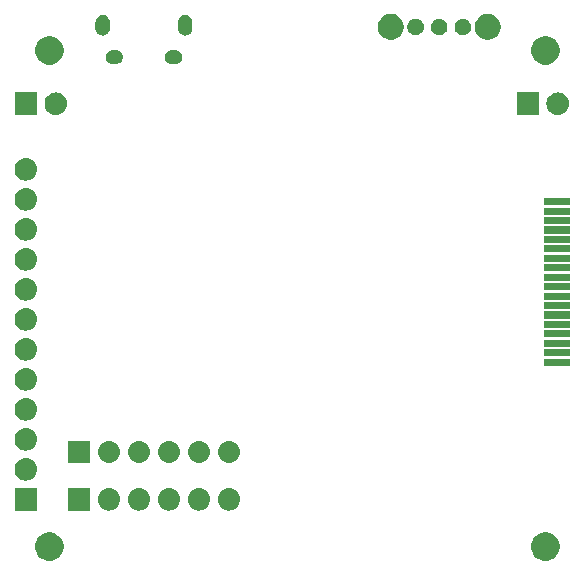
<source format=gbs>
G04 #@! TF.GenerationSoftware,KiCad,Pcbnew,5.0.2-bee76a0~70~ubuntu18.04.1*
G04 #@! TF.CreationDate,2018-11-30T19:37:06+00:00*
G04 #@! TF.ProjectId,fpgaboy,66706761-626f-4792-9e6b-696361645f70,rev?*
G04 #@! TF.SameCoordinates,Original*
G04 #@! TF.FileFunction,Soldermask,Bot*
G04 #@! TF.FilePolarity,Negative*
%FSLAX46Y46*%
G04 Gerber Fmt 4.6, Leading zero omitted, Abs format (unit mm)*
G04 Created by KiCad (PCBNEW 5.0.2-bee76a0~70~ubuntu18.04.1) date Fri 30 Nov 2018 19:37:06 GMT*
%MOMM*%
%LPD*%
G01*
G04 APERTURE LIST*
%ADD10C,0.100000*%
G04 APERTURE END LIST*
D10*
G36*
X176350024Y-124846125D02*
X176568407Y-124936582D01*
X176764951Y-125067908D01*
X176932092Y-125235049D01*
X177063418Y-125431593D01*
X177153875Y-125649976D01*
X177199990Y-125881811D01*
X177199990Y-126118189D01*
X177153875Y-126350024D01*
X177063418Y-126568407D01*
X176932092Y-126764951D01*
X176764951Y-126932092D01*
X176568407Y-127063418D01*
X176350024Y-127153875D01*
X176118189Y-127199990D01*
X175881811Y-127199990D01*
X175649976Y-127153875D01*
X175431593Y-127063418D01*
X175235049Y-126932092D01*
X175067908Y-126764951D01*
X174936582Y-126568407D01*
X174846125Y-126350024D01*
X174800010Y-126118189D01*
X174800010Y-125881811D01*
X174846125Y-125649976D01*
X174936582Y-125431593D01*
X175067908Y-125235049D01*
X175235049Y-125067908D01*
X175431593Y-124936582D01*
X175649976Y-124846125D01*
X175881811Y-124800010D01*
X176118189Y-124800010D01*
X176350024Y-124846125D01*
X176350024Y-124846125D01*
G37*
G36*
X134350024Y-124846125D02*
X134568407Y-124936582D01*
X134764951Y-125067908D01*
X134932092Y-125235049D01*
X135063418Y-125431593D01*
X135153875Y-125649976D01*
X135199990Y-125881811D01*
X135199990Y-126118189D01*
X135153875Y-126350024D01*
X135063418Y-126568407D01*
X134932092Y-126764951D01*
X134764951Y-126932092D01*
X134568407Y-127063418D01*
X134350024Y-127153875D01*
X134118189Y-127199990D01*
X133881811Y-127199990D01*
X133649976Y-127153875D01*
X133431593Y-127063418D01*
X133235049Y-126932092D01*
X133067908Y-126764951D01*
X132936582Y-126568407D01*
X132846125Y-126350024D01*
X132800010Y-126118189D01*
X132800010Y-125881811D01*
X132846125Y-125649976D01*
X132936582Y-125431593D01*
X133067908Y-125235049D01*
X133235049Y-125067908D01*
X133431593Y-124936582D01*
X133649976Y-124846125D01*
X133881811Y-124800010D01*
X134118189Y-124800010D01*
X134350024Y-124846125D01*
X134350024Y-124846125D01*
G37*
G36*
X137449990Y-122949990D02*
X135550010Y-122949990D01*
X135550010Y-121050010D01*
X137449990Y-121050010D01*
X137449990Y-122949990D01*
X137449990Y-122949990D01*
G37*
G36*
X139226230Y-121063755D02*
X139405304Y-121118077D01*
X139570338Y-121206289D01*
X139714994Y-121325006D01*
X139833711Y-121469662D01*
X139921923Y-121634696D01*
X139976245Y-121813770D01*
X139994586Y-122000000D01*
X139976245Y-122186230D01*
X139921923Y-122365304D01*
X139833711Y-122530338D01*
X139714994Y-122674994D01*
X139570338Y-122793711D01*
X139405304Y-122881923D01*
X139226230Y-122936245D01*
X139086668Y-122949990D01*
X138993332Y-122949990D01*
X138853770Y-122936245D01*
X138674696Y-122881923D01*
X138509662Y-122793711D01*
X138365006Y-122674994D01*
X138246289Y-122530338D01*
X138158077Y-122365304D01*
X138103755Y-122186230D01*
X138085414Y-122000000D01*
X138103755Y-121813770D01*
X138158077Y-121634696D01*
X138246289Y-121469662D01*
X138365006Y-121325006D01*
X138509662Y-121206289D01*
X138674696Y-121118077D01*
X138853770Y-121063755D01*
X138993332Y-121050010D01*
X139086668Y-121050010D01*
X139226230Y-121063755D01*
X139226230Y-121063755D01*
G37*
G36*
X144306230Y-121063755D02*
X144485304Y-121118077D01*
X144650338Y-121206289D01*
X144794994Y-121325006D01*
X144913711Y-121469662D01*
X145001923Y-121634696D01*
X145056245Y-121813770D01*
X145074586Y-122000000D01*
X145056245Y-122186230D01*
X145001923Y-122365304D01*
X144913711Y-122530338D01*
X144794994Y-122674994D01*
X144650338Y-122793711D01*
X144485304Y-122881923D01*
X144306230Y-122936245D01*
X144166668Y-122949990D01*
X144073332Y-122949990D01*
X143933770Y-122936245D01*
X143754696Y-122881923D01*
X143589662Y-122793711D01*
X143445006Y-122674994D01*
X143326289Y-122530338D01*
X143238077Y-122365304D01*
X143183755Y-122186230D01*
X143165414Y-122000000D01*
X143183755Y-121813770D01*
X143238077Y-121634696D01*
X143326289Y-121469662D01*
X143445006Y-121325006D01*
X143589662Y-121206289D01*
X143754696Y-121118077D01*
X143933770Y-121063755D01*
X144073332Y-121050010D01*
X144166668Y-121050010D01*
X144306230Y-121063755D01*
X144306230Y-121063755D01*
G37*
G36*
X146846230Y-121063755D02*
X147025304Y-121118077D01*
X147190338Y-121206289D01*
X147334994Y-121325006D01*
X147453711Y-121469662D01*
X147541923Y-121634696D01*
X147596245Y-121813770D01*
X147614586Y-122000000D01*
X147596245Y-122186230D01*
X147541923Y-122365304D01*
X147453711Y-122530338D01*
X147334994Y-122674994D01*
X147190338Y-122793711D01*
X147025304Y-122881923D01*
X146846230Y-122936245D01*
X146706668Y-122949990D01*
X146613332Y-122949990D01*
X146473770Y-122936245D01*
X146294696Y-122881923D01*
X146129662Y-122793711D01*
X145985006Y-122674994D01*
X145866289Y-122530338D01*
X145778077Y-122365304D01*
X145723755Y-122186230D01*
X145705414Y-122000000D01*
X145723755Y-121813770D01*
X145778077Y-121634696D01*
X145866289Y-121469662D01*
X145985006Y-121325006D01*
X146129662Y-121206289D01*
X146294696Y-121118077D01*
X146473770Y-121063755D01*
X146613332Y-121050010D01*
X146706668Y-121050010D01*
X146846230Y-121063755D01*
X146846230Y-121063755D01*
G37*
G36*
X149386230Y-121063755D02*
X149565304Y-121118077D01*
X149730338Y-121206289D01*
X149874994Y-121325006D01*
X149993711Y-121469662D01*
X150081923Y-121634696D01*
X150136245Y-121813770D01*
X150154586Y-122000000D01*
X150136245Y-122186230D01*
X150081923Y-122365304D01*
X149993711Y-122530338D01*
X149874994Y-122674994D01*
X149730338Y-122793711D01*
X149565304Y-122881923D01*
X149386230Y-122936245D01*
X149246668Y-122949990D01*
X149153332Y-122949990D01*
X149013770Y-122936245D01*
X148834696Y-122881923D01*
X148669662Y-122793711D01*
X148525006Y-122674994D01*
X148406289Y-122530338D01*
X148318077Y-122365304D01*
X148263755Y-122186230D01*
X148245414Y-122000000D01*
X148263755Y-121813770D01*
X148318077Y-121634696D01*
X148406289Y-121469662D01*
X148525006Y-121325006D01*
X148669662Y-121206289D01*
X148834696Y-121118077D01*
X149013770Y-121063755D01*
X149153332Y-121050010D01*
X149246668Y-121050010D01*
X149386230Y-121063755D01*
X149386230Y-121063755D01*
G37*
G36*
X132949990Y-122949990D02*
X131050010Y-122949990D01*
X131050010Y-121050010D01*
X132949990Y-121050010D01*
X132949990Y-122949990D01*
X132949990Y-122949990D01*
G37*
G36*
X141766230Y-121063755D02*
X141945304Y-121118077D01*
X142110338Y-121206289D01*
X142254994Y-121325006D01*
X142373711Y-121469662D01*
X142461923Y-121634696D01*
X142516245Y-121813770D01*
X142534586Y-122000000D01*
X142516245Y-122186230D01*
X142461923Y-122365304D01*
X142373711Y-122530338D01*
X142254994Y-122674994D01*
X142110338Y-122793711D01*
X141945304Y-122881923D01*
X141766230Y-122936245D01*
X141626668Y-122949990D01*
X141533332Y-122949990D01*
X141393770Y-122936245D01*
X141214696Y-122881923D01*
X141049662Y-122793711D01*
X140905006Y-122674994D01*
X140786289Y-122530338D01*
X140698077Y-122365304D01*
X140643755Y-122186230D01*
X140625414Y-122000000D01*
X140643755Y-121813770D01*
X140698077Y-121634696D01*
X140786289Y-121469662D01*
X140905006Y-121325006D01*
X141049662Y-121206289D01*
X141214696Y-121118077D01*
X141393770Y-121063755D01*
X141533332Y-121050010D01*
X141626668Y-121050010D01*
X141766230Y-121063755D01*
X141766230Y-121063755D01*
G37*
G36*
X132186230Y-118523755D02*
X132365304Y-118578077D01*
X132530338Y-118666289D01*
X132674994Y-118785006D01*
X132793711Y-118929662D01*
X132881923Y-119094696D01*
X132936245Y-119273770D01*
X132954586Y-119460000D01*
X132936245Y-119646230D01*
X132881923Y-119825304D01*
X132793711Y-119990338D01*
X132674994Y-120134994D01*
X132530338Y-120253711D01*
X132365304Y-120341923D01*
X132186230Y-120396245D01*
X132046668Y-120409990D01*
X131953332Y-120409990D01*
X131813770Y-120396245D01*
X131634696Y-120341923D01*
X131469662Y-120253711D01*
X131325006Y-120134994D01*
X131206289Y-119990338D01*
X131118077Y-119825304D01*
X131063755Y-119646230D01*
X131045414Y-119460000D01*
X131063755Y-119273770D01*
X131118077Y-119094696D01*
X131206289Y-118929662D01*
X131325006Y-118785006D01*
X131469662Y-118666289D01*
X131634696Y-118578077D01*
X131813770Y-118523755D01*
X131953332Y-118510010D01*
X132046668Y-118510010D01*
X132186230Y-118523755D01*
X132186230Y-118523755D01*
G37*
G36*
X149386230Y-117063755D02*
X149565304Y-117118077D01*
X149730338Y-117206289D01*
X149874994Y-117325006D01*
X149993711Y-117469662D01*
X150081923Y-117634696D01*
X150136245Y-117813770D01*
X150154586Y-118000000D01*
X150136245Y-118186230D01*
X150081923Y-118365304D01*
X149993711Y-118530338D01*
X149874994Y-118674994D01*
X149730338Y-118793711D01*
X149565304Y-118881923D01*
X149386230Y-118936245D01*
X149246668Y-118949990D01*
X149153332Y-118949990D01*
X149013770Y-118936245D01*
X148834696Y-118881923D01*
X148669662Y-118793711D01*
X148525006Y-118674994D01*
X148406289Y-118530338D01*
X148318077Y-118365304D01*
X148263755Y-118186230D01*
X148245414Y-118000000D01*
X148263755Y-117813770D01*
X148318077Y-117634696D01*
X148406289Y-117469662D01*
X148525006Y-117325006D01*
X148669662Y-117206289D01*
X148834696Y-117118077D01*
X149013770Y-117063755D01*
X149153332Y-117050010D01*
X149246668Y-117050010D01*
X149386230Y-117063755D01*
X149386230Y-117063755D01*
G37*
G36*
X137449990Y-118949990D02*
X135550010Y-118949990D01*
X135550010Y-117050010D01*
X137449990Y-117050010D01*
X137449990Y-118949990D01*
X137449990Y-118949990D01*
G37*
G36*
X139226230Y-117063755D02*
X139405304Y-117118077D01*
X139570338Y-117206289D01*
X139714994Y-117325006D01*
X139833711Y-117469662D01*
X139921923Y-117634696D01*
X139976245Y-117813770D01*
X139994586Y-118000000D01*
X139976245Y-118186230D01*
X139921923Y-118365304D01*
X139833711Y-118530338D01*
X139714994Y-118674994D01*
X139570338Y-118793711D01*
X139405304Y-118881923D01*
X139226230Y-118936245D01*
X139086668Y-118949990D01*
X138993332Y-118949990D01*
X138853770Y-118936245D01*
X138674696Y-118881923D01*
X138509662Y-118793711D01*
X138365006Y-118674994D01*
X138246289Y-118530338D01*
X138158077Y-118365304D01*
X138103755Y-118186230D01*
X138085414Y-118000000D01*
X138103755Y-117813770D01*
X138158077Y-117634696D01*
X138246289Y-117469662D01*
X138365006Y-117325006D01*
X138509662Y-117206289D01*
X138674696Y-117118077D01*
X138853770Y-117063755D01*
X138993332Y-117050010D01*
X139086668Y-117050010D01*
X139226230Y-117063755D01*
X139226230Y-117063755D01*
G37*
G36*
X141766230Y-117063755D02*
X141945304Y-117118077D01*
X142110338Y-117206289D01*
X142254994Y-117325006D01*
X142373711Y-117469662D01*
X142461923Y-117634696D01*
X142516245Y-117813770D01*
X142534586Y-118000000D01*
X142516245Y-118186230D01*
X142461923Y-118365304D01*
X142373711Y-118530338D01*
X142254994Y-118674994D01*
X142110338Y-118793711D01*
X141945304Y-118881923D01*
X141766230Y-118936245D01*
X141626668Y-118949990D01*
X141533332Y-118949990D01*
X141393770Y-118936245D01*
X141214696Y-118881923D01*
X141049662Y-118793711D01*
X140905006Y-118674994D01*
X140786289Y-118530338D01*
X140698077Y-118365304D01*
X140643755Y-118186230D01*
X140625414Y-118000000D01*
X140643755Y-117813770D01*
X140698077Y-117634696D01*
X140786289Y-117469662D01*
X140905006Y-117325006D01*
X141049662Y-117206289D01*
X141214696Y-117118077D01*
X141393770Y-117063755D01*
X141533332Y-117050010D01*
X141626668Y-117050010D01*
X141766230Y-117063755D01*
X141766230Y-117063755D01*
G37*
G36*
X144306230Y-117063755D02*
X144485304Y-117118077D01*
X144650338Y-117206289D01*
X144794994Y-117325006D01*
X144913711Y-117469662D01*
X145001923Y-117634696D01*
X145056245Y-117813770D01*
X145074586Y-118000000D01*
X145056245Y-118186230D01*
X145001923Y-118365304D01*
X144913711Y-118530338D01*
X144794994Y-118674994D01*
X144650338Y-118793711D01*
X144485304Y-118881923D01*
X144306230Y-118936245D01*
X144166668Y-118949990D01*
X144073332Y-118949990D01*
X143933770Y-118936245D01*
X143754696Y-118881923D01*
X143589662Y-118793711D01*
X143445006Y-118674994D01*
X143326289Y-118530338D01*
X143238077Y-118365304D01*
X143183755Y-118186230D01*
X143165414Y-118000000D01*
X143183755Y-117813770D01*
X143238077Y-117634696D01*
X143326289Y-117469662D01*
X143445006Y-117325006D01*
X143589662Y-117206289D01*
X143754696Y-117118077D01*
X143933770Y-117063755D01*
X144073332Y-117050010D01*
X144166668Y-117050010D01*
X144306230Y-117063755D01*
X144306230Y-117063755D01*
G37*
G36*
X146846230Y-117063755D02*
X147025304Y-117118077D01*
X147190338Y-117206289D01*
X147334994Y-117325006D01*
X147453711Y-117469662D01*
X147541923Y-117634696D01*
X147596245Y-117813770D01*
X147614586Y-118000000D01*
X147596245Y-118186230D01*
X147541923Y-118365304D01*
X147453711Y-118530338D01*
X147334994Y-118674994D01*
X147190338Y-118793711D01*
X147025304Y-118881923D01*
X146846230Y-118936245D01*
X146706668Y-118949990D01*
X146613332Y-118949990D01*
X146473770Y-118936245D01*
X146294696Y-118881923D01*
X146129662Y-118793711D01*
X145985006Y-118674994D01*
X145866289Y-118530338D01*
X145778077Y-118365304D01*
X145723755Y-118186230D01*
X145705414Y-118000000D01*
X145723755Y-117813770D01*
X145778077Y-117634696D01*
X145866289Y-117469662D01*
X145985006Y-117325006D01*
X146129662Y-117206289D01*
X146294696Y-117118077D01*
X146473770Y-117063755D01*
X146613332Y-117050010D01*
X146706668Y-117050010D01*
X146846230Y-117063755D01*
X146846230Y-117063755D01*
G37*
G36*
X132186230Y-115983755D02*
X132365304Y-116038077D01*
X132530338Y-116126289D01*
X132674994Y-116245006D01*
X132793711Y-116389662D01*
X132881923Y-116554696D01*
X132936245Y-116733770D01*
X132954586Y-116920000D01*
X132936245Y-117106230D01*
X132881923Y-117285304D01*
X132793711Y-117450338D01*
X132674994Y-117594994D01*
X132530338Y-117713711D01*
X132365304Y-117801923D01*
X132186230Y-117856245D01*
X132046668Y-117869990D01*
X131953332Y-117869990D01*
X131813770Y-117856245D01*
X131634696Y-117801923D01*
X131469662Y-117713711D01*
X131325006Y-117594994D01*
X131206289Y-117450338D01*
X131118077Y-117285304D01*
X131063755Y-117106230D01*
X131045414Y-116920000D01*
X131063755Y-116733770D01*
X131118077Y-116554696D01*
X131206289Y-116389662D01*
X131325006Y-116245006D01*
X131469662Y-116126289D01*
X131634696Y-116038077D01*
X131813770Y-115983755D01*
X131953332Y-115970010D01*
X132046668Y-115970010D01*
X132186230Y-115983755D01*
X132186230Y-115983755D01*
G37*
G36*
X132186230Y-113443755D02*
X132365304Y-113498077D01*
X132530338Y-113586289D01*
X132674994Y-113705006D01*
X132793711Y-113849662D01*
X132881923Y-114014696D01*
X132936245Y-114193770D01*
X132954586Y-114380000D01*
X132936245Y-114566230D01*
X132881923Y-114745304D01*
X132793711Y-114910338D01*
X132674994Y-115054994D01*
X132530338Y-115173711D01*
X132365304Y-115261923D01*
X132186230Y-115316245D01*
X132046668Y-115329990D01*
X131953332Y-115329990D01*
X131813770Y-115316245D01*
X131634696Y-115261923D01*
X131469662Y-115173711D01*
X131325006Y-115054994D01*
X131206289Y-114910338D01*
X131118077Y-114745304D01*
X131063755Y-114566230D01*
X131045414Y-114380000D01*
X131063755Y-114193770D01*
X131118077Y-114014696D01*
X131206289Y-113849662D01*
X131325006Y-113705006D01*
X131469662Y-113586289D01*
X131634696Y-113498077D01*
X131813770Y-113443755D01*
X131953332Y-113430010D01*
X132046668Y-113430010D01*
X132186230Y-113443755D01*
X132186230Y-113443755D01*
G37*
G36*
X132186230Y-110903755D02*
X132365304Y-110958077D01*
X132530338Y-111046289D01*
X132674994Y-111165006D01*
X132793711Y-111309662D01*
X132881923Y-111474696D01*
X132936245Y-111653770D01*
X132954586Y-111840000D01*
X132936245Y-112026230D01*
X132881923Y-112205304D01*
X132793711Y-112370338D01*
X132674994Y-112514994D01*
X132530338Y-112633711D01*
X132365304Y-112721923D01*
X132186230Y-112776245D01*
X132046668Y-112789990D01*
X131953332Y-112789990D01*
X131813770Y-112776245D01*
X131634696Y-112721923D01*
X131469662Y-112633711D01*
X131325006Y-112514994D01*
X131206289Y-112370338D01*
X131118077Y-112205304D01*
X131063755Y-112026230D01*
X131045414Y-111840000D01*
X131063755Y-111653770D01*
X131118077Y-111474696D01*
X131206289Y-111309662D01*
X131325006Y-111165006D01*
X131469662Y-111046289D01*
X131634696Y-110958077D01*
X131813770Y-110903755D01*
X131953332Y-110890010D01*
X132046668Y-110890010D01*
X132186230Y-110903755D01*
X132186230Y-110903755D01*
G37*
G36*
X178099990Y-110699990D02*
X175900010Y-110699990D01*
X175900010Y-110100010D01*
X178099990Y-110100010D01*
X178099990Y-110699990D01*
X178099990Y-110699990D01*
G37*
G36*
X132186230Y-108363755D02*
X132365304Y-108418077D01*
X132530338Y-108506289D01*
X132674994Y-108625006D01*
X132793711Y-108769662D01*
X132881923Y-108934696D01*
X132936245Y-109113770D01*
X132954586Y-109300000D01*
X132936245Y-109486230D01*
X132881923Y-109665304D01*
X132793711Y-109830338D01*
X132674994Y-109974994D01*
X132530338Y-110093711D01*
X132365304Y-110181923D01*
X132186230Y-110236245D01*
X132046668Y-110249990D01*
X131953332Y-110249990D01*
X131813770Y-110236245D01*
X131634696Y-110181923D01*
X131469662Y-110093711D01*
X131325006Y-109974994D01*
X131206289Y-109830338D01*
X131118077Y-109665304D01*
X131063755Y-109486230D01*
X131045414Y-109300000D01*
X131063755Y-109113770D01*
X131118077Y-108934696D01*
X131206289Y-108769662D01*
X131325006Y-108625006D01*
X131469662Y-108506289D01*
X131634696Y-108418077D01*
X131813770Y-108363755D01*
X131953332Y-108350010D01*
X132046668Y-108350010D01*
X132186230Y-108363755D01*
X132186230Y-108363755D01*
G37*
G36*
X178099990Y-109899990D02*
X175900010Y-109899990D01*
X175900010Y-109300010D01*
X178099990Y-109300010D01*
X178099990Y-109899990D01*
X178099990Y-109899990D01*
G37*
G36*
X178099990Y-109099990D02*
X175900010Y-109099990D01*
X175900010Y-108500010D01*
X178099990Y-108500010D01*
X178099990Y-109099990D01*
X178099990Y-109099990D01*
G37*
G36*
X178099990Y-108299990D02*
X175900010Y-108299990D01*
X175900010Y-107700010D01*
X178099990Y-107700010D01*
X178099990Y-108299990D01*
X178099990Y-108299990D01*
G37*
G36*
X132186230Y-105823755D02*
X132365304Y-105878077D01*
X132530338Y-105966289D01*
X132674994Y-106085006D01*
X132793711Y-106229662D01*
X132881923Y-106394696D01*
X132936245Y-106573770D01*
X132954586Y-106760000D01*
X132936245Y-106946230D01*
X132881923Y-107125304D01*
X132793711Y-107290338D01*
X132674994Y-107434994D01*
X132530338Y-107553711D01*
X132365304Y-107641923D01*
X132186230Y-107696245D01*
X132046668Y-107709990D01*
X131953332Y-107709990D01*
X131813770Y-107696245D01*
X131634696Y-107641923D01*
X131469662Y-107553711D01*
X131325006Y-107434994D01*
X131206289Y-107290338D01*
X131118077Y-107125304D01*
X131063755Y-106946230D01*
X131045414Y-106760000D01*
X131063755Y-106573770D01*
X131118077Y-106394696D01*
X131206289Y-106229662D01*
X131325006Y-106085006D01*
X131469662Y-105966289D01*
X131634696Y-105878077D01*
X131813770Y-105823755D01*
X131953332Y-105810010D01*
X132046668Y-105810010D01*
X132186230Y-105823755D01*
X132186230Y-105823755D01*
G37*
G36*
X178099990Y-107499990D02*
X175900010Y-107499990D01*
X175900010Y-106900010D01*
X178099990Y-106900010D01*
X178099990Y-107499990D01*
X178099990Y-107499990D01*
G37*
G36*
X178099990Y-106699990D02*
X175900010Y-106699990D01*
X175900010Y-106100010D01*
X178099990Y-106100010D01*
X178099990Y-106699990D01*
X178099990Y-106699990D01*
G37*
G36*
X178099990Y-105899990D02*
X175900010Y-105899990D01*
X175900010Y-105300010D01*
X178099990Y-105300010D01*
X178099990Y-105899990D01*
X178099990Y-105899990D01*
G37*
G36*
X132186230Y-103283755D02*
X132365304Y-103338077D01*
X132530338Y-103426289D01*
X132674994Y-103545006D01*
X132793711Y-103689662D01*
X132881923Y-103854696D01*
X132936245Y-104033770D01*
X132954586Y-104220000D01*
X132936245Y-104406230D01*
X132881923Y-104585304D01*
X132793711Y-104750338D01*
X132674994Y-104894994D01*
X132530338Y-105013711D01*
X132365304Y-105101923D01*
X132186230Y-105156245D01*
X132046668Y-105169990D01*
X131953332Y-105169990D01*
X131813770Y-105156245D01*
X131634696Y-105101923D01*
X131469662Y-105013711D01*
X131325006Y-104894994D01*
X131206289Y-104750338D01*
X131118077Y-104585304D01*
X131063755Y-104406230D01*
X131045414Y-104220000D01*
X131063755Y-104033770D01*
X131118077Y-103854696D01*
X131206289Y-103689662D01*
X131325006Y-103545006D01*
X131469662Y-103426289D01*
X131634696Y-103338077D01*
X131813770Y-103283755D01*
X131953332Y-103270010D01*
X132046668Y-103270010D01*
X132186230Y-103283755D01*
X132186230Y-103283755D01*
G37*
G36*
X178099990Y-105099990D02*
X175900010Y-105099990D01*
X175900010Y-104500010D01*
X178099990Y-104500010D01*
X178099990Y-105099990D01*
X178099990Y-105099990D01*
G37*
G36*
X178099990Y-104299990D02*
X175900010Y-104299990D01*
X175900010Y-103700010D01*
X178099990Y-103700010D01*
X178099990Y-104299990D01*
X178099990Y-104299990D01*
G37*
G36*
X178099990Y-103499990D02*
X175900010Y-103499990D01*
X175900010Y-102900010D01*
X178099990Y-102900010D01*
X178099990Y-103499990D01*
X178099990Y-103499990D01*
G37*
G36*
X178099990Y-102699990D02*
X175900010Y-102699990D01*
X175900010Y-102100010D01*
X178099990Y-102100010D01*
X178099990Y-102699990D01*
X178099990Y-102699990D01*
G37*
G36*
X132186230Y-100743755D02*
X132365304Y-100798077D01*
X132530338Y-100886289D01*
X132674994Y-101005006D01*
X132793711Y-101149662D01*
X132881923Y-101314696D01*
X132936245Y-101493770D01*
X132954586Y-101680000D01*
X132936245Y-101866230D01*
X132881923Y-102045304D01*
X132793711Y-102210338D01*
X132674994Y-102354994D01*
X132530338Y-102473711D01*
X132365304Y-102561923D01*
X132186230Y-102616245D01*
X132046668Y-102629990D01*
X131953332Y-102629990D01*
X131813770Y-102616245D01*
X131634696Y-102561923D01*
X131469662Y-102473711D01*
X131325006Y-102354994D01*
X131206289Y-102210338D01*
X131118077Y-102045304D01*
X131063755Y-101866230D01*
X131045414Y-101680000D01*
X131063755Y-101493770D01*
X131118077Y-101314696D01*
X131206289Y-101149662D01*
X131325006Y-101005006D01*
X131469662Y-100886289D01*
X131634696Y-100798077D01*
X131813770Y-100743755D01*
X131953332Y-100730010D01*
X132046668Y-100730010D01*
X132186230Y-100743755D01*
X132186230Y-100743755D01*
G37*
G36*
X178099990Y-101899990D02*
X175900010Y-101899990D01*
X175900010Y-101300010D01*
X178099990Y-101300010D01*
X178099990Y-101899990D01*
X178099990Y-101899990D01*
G37*
G36*
X178099990Y-101099990D02*
X175900010Y-101099990D01*
X175900010Y-100500010D01*
X178099990Y-100500010D01*
X178099990Y-101099990D01*
X178099990Y-101099990D01*
G37*
G36*
X178099990Y-100299990D02*
X175900010Y-100299990D01*
X175900010Y-99700010D01*
X178099990Y-99700010D01*
X178099990Y-100299990D01*
X178099990Y-100299990D01*
G37*
G36*
X132186230Y-98203755D02*
X132365304Y-98258077D01*
X132530338Y-98346289D01*
X132674994Y-98465006D01*
X132793711Y-98609662D01*
X132881923Y-98774696D01*
X132936245Y-98953770D01*
X132954586Y-99140000D01*
X132936245Y-99326230D01*
X132881923Y-99505304D01*
X132793711Y-99670338D01*
X132674994Y-99814994D01*
X132530338Y-99933711D01*
X132365304Y-100021923D01*
X132186230Y-100076245D01*
X132046668Y-100089990D01*
X131953332Y-100089990D01*
X131813770Y-100076245D01*
X131634696Y-100021923D01*
X131469662Y-99933711D01*
X131325006Y-99814994D01*
X131206289Y-99670338D01*
X131118077Y-99505304D01*
X131063755Y-99326230D01*
X131045414Y-99140000D01*
X131063755Y-98953770D01*
X131118077Y-98774696D01*
X131206289Y-98609662D01*
X131325006Y-98465006D01*
X131469662Y-98346289D01*
X131634696Y-98258077D01*
X131813770Y-98203755D01*
X131953332Y-98190010D01*
X132046668Y-98190010D01*
X132186230Y-98203755D01*
X132186230Y-98203755D01*
G37*
G36*
X178099990Y-99499990D02*
X175900010Y-99499990D01*
X175900010Y-98900010D01*
X178099990Y-98900010D01*
X178099990Y-99499990D01*
X178099990Y-99499990D01*
G37*
G36*
X178099990Y-98699990D02*
X175900010Y-98699990D01*
X175900010Y-98100010D01*
X178099990Y-98100010D01*
X178099990Y-98699990D01*
X178099990Y-98699990D01*
G37*
G36*
X178099990Y-97899990D02*
X175900010Y-97899990D01*
X175900010Y-97300010D01*
X178099990Y-97300010D01*
X178099990Y-97899990D01*
X178099990Y-97899990D01*
G37*
G36*
X132186230Y-95663755D02*
X132365304Y-95718077D01*
X132530338Y-95806289D01*
X132674994Y-95925006D01*
X132793711Y-96069662D01*
X132881923Y-96234696D01*
X132936245Y-96413770D01*
X132954586Y-96600000D01*
X132936245Y-96786230D01*
X132881923Y-96965304D01*
X132793711Y-97130338D01*
X132674994Y-97274994D01*
X132530338Y-97393711D01*
X132365304Y-97481923D01*
X132186230Y-97536245D01*
X132046668Y-97549990D01*
X131953332Y-97549990D01*
X131813770Y-97536245D01*
X131634696Y-97481923D01*
X131469662Y-97393711D01*
X131325006Y-97274994D01*
X131206289Y-97130338D01*
X131118077Y-96965304D01*
X131063755Y-96786230D01*
X131045414Y-96600000D01*
X131063755Y-96413770D01*
X131118077Y-96234696D01*
X131206289Y-96069662D01*
X131325006Y-95925006D01*
X131469662Y-95806289D01*
X131634696Y-95718077D01*
X131813770Y-95663755D01*
X131953332Y-95650010D01*
X132046668Y-95650010D01*
X132186230Y-95663755D01*
X132186230Y-95663755D01*
G37*
G36*
X178099990Y-97099990D02*
X175900010Y-97099990D01*
X175900010Y-96500010D01*
X178099990Y-96500010D01*
X178099990Y-97099990D01*
X178099990Y-97099990D01*
G37*
G36*
X132186230Y-93123755D02*
X132365304Y-93178077D01*
X132530338Y-93266289D01*
X132674994Y-93385006D01*
X132793711Y-93529662D01*
X132881923Y-93694696D01*
X132936245Y-93873770D01*
X132954586Y-94060000D01*
X132936245Y-94246230D01*
X132881923Y-94425304D01*
X132793711Y-94590338D01*
X132674994Y-94734994D01*
X132530338Y-94853711D01*
X132365304Y-94941923D01*
X132186230Y-94996245D01*
X132046668Y-95009990D01*
X131953332Y-95009990D01*
X131813770Y-94996245D01*
X131634696Y-94941923D01*
X131469662Y-94853711D01*
X131325006Y-94734994D01*
X131206289Y-94590338D01*
X131118077Y-94425304D01*
X131063755Y-94246230D01*
X131045414Y-94060000D01*
X131063755Y-93873770D01*
X131118077Y-93694696D01*
X131206289Y-93529662D01*
X131325006Y-93385006D01*
X131469662Y-93266289D01*
X131634696Y-93178077D01*
X131813770Y-93123755D01*
X131953332Y-93110010D01*
X132046668Y-93110010D01*
X132186230Y-93123755D01*
X132186230Y-93123755D01*
G37*
G36*
X177226230Y-87563755D02*
X177405304Y-87618077D01*
X177570338Y-87706289D01*
X177714994Y-87825006D01*
X177833711Y-87969662D01*
X177921923Y-88134696D01*
X177976245Y-88313770D01*
X177994586Y-88500000D01*
X177976245Y-88686230D01*
X177921923Y-88865304D01*
X177833711Y-89030338D01*
X177714994Y-89174994D01*
X177570338Y-89293711D01*
X177405304Y-89381923D01*
X177226230Y-89436245D01*
X177086668Y-89449990D01*
X176993332Y-89449990D01*
X176853770Y-89436245D01*
X176674696Y-89381923D01*
X176509662Y-89293711D01*
X176365006Y-89174994D01*
X176246289Y-89030338D01*
X176158077Y-88865304D01*
X176103755Y-88686230D01*
X176085414Y-88500000D01*
X176103755Y-88313770D01*
X176158077Y-88134696D01*
X176246289Y-87969662D01*
X176365006Y-87825006D01*
X176509662Y-87706289D01*
X176674696Y-87618077D01*
X176853770Y-87563755D01*
X176993332Y-87550010D01*
X177086668Y-87550010D01*
X177226230Y-87563755D01*
X177226230Y-87563755D01*
G37*
G36*
X132949990Y-89449990D02*
X131050010Y-89449990D01*
X131050010Y-87550010D01*
X132949990Y-87550010D01*
X132949990Y-89449990D01*
X132949990Y-89449990D01*
G37*
G36*
X134726230Y-87563755D02*
X134905304Y-87618077D01*
X135070338Y-87706289D01*
X135214994Y-87825006D01*
X135333711Y-87969662D01*
X135421923Y-88134696D01*
X135476245Y-88313770D01*
X135494586Y-88500000D01*
X135476245Y-88686230D01*
X135421923Y-88865304D01*
X135333711Y-89030338D01*
X135214994Y-89174994D01*
X135070338Y-89293711D01*
X134905304Y-89381923D01*
X134726230Y-89436245D01*
X134586668Y-89449990D01*
X134493332Y-89449990D01*
X134353770Y-89436245D01*
X134174696Y-89381923D01*
X134009662Y-89293711D01*
X133865006Y-89174994D01*
X133746289Y-89030338D01*
X133658077Y-88865304D01*
X133603755Y-88686230D01*
X133585414Y-88500000D01*
X133603755Y-88313770D01*
X133658077Y-88134696D01*
X133746289Y-87969662D01*
X133865006Y-87825006D01*
X134009662Y-87706289D01*
X134174696Y-87618077D01*
X134353770Y-87563755D01*
X134493332Y-87550010D01*
X134586668Y-87550010D01*
X134726230Y-87563755D01*
X134726230Y-87563755D01*
G37*
G36*
X175449990Y-89449990D02*
X173550010Y-89449990D01*
X173550010Y-87550010D01*
X175449990Y-87550010D01*
X175449990Y-89449990D01*
X175449990Y-89449990D01*
G37*
G36*
X134350024Y-82846125D02*
X134568407Y-82936582D01*
X134764951Y-83067908D01*
X134932092Y-83235049D01*
X135063418Y-83431593D01*
X135153875Y-83649976D01*
X135199990Y-83881811D01*
X135199990Y-84118189D01*
X135153875Y-84350024D01*
X135063418Y-84568407D01*
X134932092Y-84764951D01*
X134764951Y-84932092D01*
X134568407Y-85063418D01*
X134409568Y-85129211D01*
X134350024Y-85153875D01*
X134118189Y-85199990D01*
X133881811Y-85199990D01*
X133649976Y-85153875D01*
X133590432Y-85129211D01*
X133431593Y-85063418D01*
X133235049Y-84932092D01*
X133067908Y-84764951D01*
X132936582Y-84568407D01*
X132846125Y-84350024D01*
X132800010Y-84118189D01*
X132800010Y-83881811D01*
X132846125Y-83649976D01*
X132936582Y-83431593D01*
X133067908Y-83235049D01*
X133235049Y-83067908D01*
X133431593Y-82936582D01*
X133649976Y-82846125D01*
X133881811Y-82800010D01*
X134118189Y-82800010D01*
X134350024Y-82846125D01*
X134350024Y-82846125D01*
G37*
G36*
X176350024Y-82846125D02*
X176568407Y-82936582D01*
X176764951Y-83067908D01*
X176932092Y-83235049D01*
X177063418Y-83431593D01*
X177153875Y-83649976D01*
X177199990Y-83881811D01*
X177199990Y-84118189D01*
X177153875Y-84350024D01*
X177063418Y-84568407D01*
X176932092Y-84764951D01*
X176764951Y-84932092D01*
X176568407Y-85063418D01*
X176350024Y-85153875D01*
X176118189Y-85199990D01*
X175881811Y-85199990D01*
X175649976Y-85153875D01*
X175431593Y-85063418D01*
X175235049Y-84932092D01*
X175067908Y-84764951D01*
X174936582Y-84568407D01*
X174846125Y-84350024D01*
X174800010Y-84118189D01*
X174800010Y-83881811D01*
X174846125Y-83649976D01*
X174936582Y-83431593D01*
X175067908Y-83235049D01*
X175235049Y-83067908D01*
X175431593Y-82936582D01*
X175649976Y-82846125D01*
X175881811Y-82800010D01*
X176118189Y-82800010D01*
X176350024Y-82846125D01*
X176350024Y-82846125D01*
G37*
G36*
X139763617Y-83995869D02*
X139872004Y-84028748D01*
X139971894Y-84082140D01*
X140059447Y-84153993D01*
X140131300Y-84241546D01*
X140184692Y-84341436D01*
X140217571Y-84449823D01*
X140228672Y-84562540D01*
X140217571Y-84675257D01*
X140184692Y-84783644D01*
X140131300Y-84883534D01*
X140059447Y-84971087D01*
X139971894Y-85042940D01*
X139872004Y-85096332D01*
X139763617Y-85129211D01*
X139679149Y-85137530D01*
X139322651Y-85137530D01*
X139238183Y-85129211D01*
X139129796Y-85096332D01*
X139029906Y-85042940D01*
X138942353Y-84971087D01*
X138870500Y-84883534D01*
X138817108Y-84783644D01*
X138784229Y-84675257D01*
X138773128Y-84562540D01*
X138784229Y-84449823D01*
X138817108Y-84341436D01*
X138870500Y-84241546D01*
X138942353Y-84153993D01*
X139029906Y-84082140D01*
X139129796Y-84028748D01*
X139238183Y-83995869D01*
X139322651Y-83987550D01*
X139679149Y-83987550D01*
X139763617Y-83995869D01*
X139763617Y-83995869D01*
G37*
G36*
X144763617Y-83995869D02*
X144872004Y-84028748D01*
X144971894Y-84082140D01*
X145059447Y-84153993D01*
X145131300Y-84241546D01*
X145184692Y-84341436D01*
X145217571Y-84449823D01*
X145228672Y-84562540D01*
X145217571Y-84675257D01*
X145184692Y-84783644D01*
X145131300Y-84883534D01*
X145059447Y-84971087D01*
X144971894Y-85042940D01*
X144872004Y-85096332D01*
X144763617Y-85129211D01*
X144679149Y-85137530D01*
X144322651Y-85137530D01*
X144238183Y-85129211D01*
X144129796Y-85096332D01*
X144029906Y-85042940D01*
X143942353Y-84971087D01*
X143870500Y-84883534D01*
X143817108Y-84783644D01*
X143784229Y-84675257D01*
X143773128Y-84562540D01*
X143784229Y-84449823D01*
X143817108Y-84341436D01*
X143870500Y-84241546D01*
X143942353Y-84153993D01*
X144029906Y-84082140D01*
X144129796Y-84028748D01*
X144238183Y-83995869D01*
X144322651Y-83987550D01*
X144679149Y-83987550D01*
X144763617Y-83995869D01*
X144763617Y-83995869D01*
G37*
G36*
X163220855Y-80942282D02*
X163421041Y-81025202D01*
X163601204Y-81145583D01*
X163754417Y-81298796D01*
X163874798Y-81478959D01*
X163957718Y-81679145D01*
X163999990Y-81891660D01*
X163999990Y-82108340D01*
X163957718Y-82320855D01*
X163874798Y-82521041D01*
X163754417Y-82701204D01*
X163601204Y-82854417D01*
X163421041Y-82974798D01*
X163220855Y-83057718D01*
X163008340Y-83099990D01*
X162791660Y-83099990D01*
X162579145Y-83057718D01*
X162378959Y-82974798D01*
X162198796Y-82854417D01*
X162045583Y-82701204D01*
X161925202Y-82521041D01*
X161842282Y-82320855D01*
X161800010Y-82108340D01*
X161800010Y-81891660D01*
X161842282Y-81679145D01*
X161925202Y-81478959D01*
X162045583Y-81298796D01*
X162198796Y-81145583D01*
X162378959Y-81025202D01*
X162579145Y-80942282D01*
X162791660Y-80900010D01*
X163008340Y-80900010D01*
X163220855Y-80942282D01*
X163220855Y-80942282D01*
G37*
G36*
X171420855Y-80942282D02*
X171621041Y-81025202D01*
X171801204Y-81145583D01*
X171954417Y-81298796D01*
X172074798Y-81478959D01*
X172157718Y-81679145D01*
X172199990Y-81891660D01*
X172199990Y-82108340D01*
X172157718Y-82320855D01*
X172074798Y-82521041D01*
X171954417Y-82701204D01*
X171801204Y-82854417D01*
X171621041Y-82974798D01*
X171420855Y-83057718D01*
X171208340Y-83099990D01*
X170991660Y-83099990D01*
X170779145Y-83057718D01*
X170578959Y-82974798D01*
X170398796Y-82854417D01*
X170245583Y-82701204D01*
X170125202Y-82521041D01*
X170042282Y-82320855D01*
X170000010Y-82108340D01*
X170000010Y-81891660D01*
X170042282Y-81679145D01*
X170125202Y-81478959D01*
X170245583Y-81298796D01*
X170398796Y-81145583D01*
X170578959Y-81025202D01*
X170779145Y-80942282D01*
X170991660Y-80900010D01*
X171208340Y-80900010D01*
X171420855Y-80942282D01*
X171420855Y-80942282D01*
G37*
G36*
X138618519Y-80996231D02*
X138714023Y-81025202D01*
X138731617Y-81030539D01*
X138835850Y-81086253D01*
X138927210Y-81161230D01*
X139002187Y-81252590D01*
X139041912Y-81326910D01*
X139057901Y-81356823D01*
X139088072Y-81456282D01*
X139092209Y-81469922D01*
X139100890Y-81558063D01*
X139100890Y-82167017D01*
X139092209Y-82255158D01*
X139057901Y-82368257D01*
X139002187Y-82472490D01*
X138962343Y-82521040D01*
X138927210Y-82563850D01*
X138858396Y-82620323D01*
X138835846Y-82638829D01*
X138731616Y-82694541D01*
X138618518Y-82728849D01*
X138500900Y-82740433D01*
X138383281Y-82728849D01*
X138270183Y-82694541D01*
X138165950Y-82638827D01*
X138107499Y-82590857D01*
X138074590Y-82563850D01*
X138015271Y-82491568D01*
X137999611Y-82472486D01*
X137943899Y-82368256D01*
X137929520Y-82320855D01*
X137909591Y-82255158D01*
X137900910Y-82167015D01*
X137900910Y-81558064D01*
X137909591Y-81469921D01*
X137943899Y-81356823D01*
X137959888Y-81326910D01*
X137999613Y-81252590D01*
X138074591Y-81161230D01*
X138165951Y-81086253D01*
X138270184Y-81030539D01*
X138287778Y-81025202D01*
X138383282Y-80996231D01*
X138500900Y-80984647D01*
X138618519Y-80996231D01*
X138618519Y-80996231D01*
G37*
G36*
X145618519Y-80996231D02*
X145714023Y-81025202D01*
X145731617Y-81030539D01*
X145835850Y-81086253D01*
X145927210Y-81161230D01*
X146002187Y-81252590D01*
X146041912Y-81326910D01*
X146057901Y-81356823D01*
X146088072Y-81456282D01*
X146092209Y-81469922D01*
X146100890Y-81558063D01*
X146100890Y-82167017D01*
X146092209Y-82255158D01*
X146057901Y-82368257D01*
X146002187Y-82472490D01*
X145962343Y-82521040D01*
X145927210Y-82563850D01*
X145858396Y-82620323D01*
X145835846Y-82638829D01*
X145731616Y-82694541D01*
X145618518Y-82728849D01*
X145500900Y-82740433D01*
X145383281Y-82728849D01*
X145270183Y-82694541D01*
X145165950Y-82638827D01*
X145107499Y-82590857D01*
X145074590Y-82563850D01*
X145015271Y-82491568D01*
X144999611Y-82472486D01*
X144943899Y-82368256D01*
X144929520Y-82320855D01*
X144909591Y-82255158D01*
X144900910Y-82167015D01*
X144900910Y-81558064D01*
X144909591Y-81469921D01*
X144943899Y-81356823D01*
X144959888Y-81326910D01*
X144999613Y-81252590D01*
X145074591Y-81161230D01*
X145165951Y-81086253D01*
X145270184Y-81030539D01*
X145287778Y-81025202D01*
X145383282Y-80996231D01*
X145500900Y-80984647D01*
X145618519Y-80996231D01*
X145618519Y-80996231D01*
G37*
G36*
X165204180Y-81326910D02*
X165267875Y-81353293D01*
X165331571Y-81379677D01*
X165446219Y-81456283D01*
X165543717Y-81553781D01*
X165620323Y-81668429D01*
X165646706Y-81732125D01*
X165673090Y-81795820D01*
X165699990Y-81931057D01*
X165699990Y-82068943D01*
X165673090Y-82204180D01*
X165651974Y-82255158D01*
X165620323Y-82331571D01*
X165543717Y-82446219D01*
X165446219Y-82543717D01*
X165331571Y-82620323D01*
X165286898Y-82638827D01*
X165204180Y-82673090D01*
X165068944Y-82699990D01*
X164931056Y-82699990D01*
X164795820Y-82673090D01*
X164713102Y-82638827D01*
X164668429Y-82620323D01*
X164553781Y-82543717D01*
X164456283Y-82446219D01*
X164379677Y-82331571D01*
X164348026Y-82255158D01*
X164326910Y-82204180D01*
X164300010Y-82068943D01*
X164300010Y-81931057D01*
X164326910Y-81795820D01*
X164353294Y-81732125D01*
X164379677Y-81668429D01*
X164456283Y-81553781D01*
X164553781Y-81456283D01*
X164668429Y-81379677D01*
X164732125Y-81353293D01*
X164795820Y-81326910D01*
X164931056Y-81300010D01*
X165068944Y-81300010D01*
X165204180Y-81326910D01*
X165204180Y-81326910D01*
G37*
G36*
X167204180Y-81326910D02*
X167267875Y-81353293D01*
X167331571Y-81379677D01*
X167446219Y-81456283D01*
X167543717Y-81553781D01*
X167620323Y-81668429D01*
X167646706Y-81732125D01*
X167673090Y-81795820D01*
X167699990Y-81931057D01*
X167699990Y-82068943D01*
X167673090Y-82204180D01*
X167651974Y-82255158D01*
X167620323Y-82331571D01*
X167543717Y-82446219D01*
X167446219Y-82543717D01*
X167331571Y-82620323D01*
X167286898Y-82638827D01*
X167204180Y-82673090D01*
X167068944Y-82699990D01*
X166931056Y-82699990D01*
X166795820Y-82673090D01*
X166713102Y-82638827D01*
X166668429Y-82620323D01*
X166553781Y-82543717D01*
X166456283Y-82446219D01*
X166379677Y-82331571D01*
X166348026Y-82255158D01*
X166326910Y-82204180D01*
X166300010Y-82068943D01*
X166300010Y-81931057D01*
X166326910Y-81795820D01*
X166353294Y-81732125D01*
X166379677Y-81668429D01*
X166456283Y-81553781D01*
X166553781Y-81456283D01*
X166668429Y-81379677D01*
X166732125Y-81353293D01*
X166795820Y-81326910D01*
X166931056Y-81300010D01*
X167068944Y-81300010D01*
X167204180Y-81326910D01*
X167204180Y-81326910D01*
G37*
G36*
X169204180Y-81326910D02*
X169267875Y-81353293D01*
X169331571Y-81379677D01*
X169446219Y-81456283D01*
X169543717Y-81553781D01*
X169620323Y-81668429D01*
X169646706Y-81732125D01*
X169673090Y-81795820D01*
X169699990Y-81931057D01*
X169699990Y-82068943D01*
X169673090Y-82204180D01*
X169651974Y-82255158D01*
X169620323Y-82331571D01*
X169543717Y-82446219D01*
X169446219Y-82543717D01*
X169331571Y-82620323D01*
X169286898Y-82638827D01*
X169204180Y-82673090D01*
X169068944Y-82699990D01*
X168931056Y-82699990D01*
X168795820Y-82673090D01*
X168713102Y-82638827D01*
X168668429Y-82620323D01*
X168553781Y-82543717D01*
X168456283Y-82446219D01*
X168379677Y-82331571D01*
X168348026Y-82255158D01*
X168326910Y-82204180D01*
X168300010Y-82068943D01*
X168300010Y-81931057D01*
X168326910Y-81795820D01*
X168353294Y-81732125D01*
X168379677Y-81668429D01*
X168456283Y-81553781D01*
X168553781Y-81456283D01*
X168668429Y-81379677D01*
X168732125Y-81353293D01*
X168795820Y-81326910D01*
X168931056Y-81300010D01*
X169068944Y-81300010D01*
X169204180Y-81326910D01*
X169204180Y-81326910D01*
G37*
M02*

</source>
